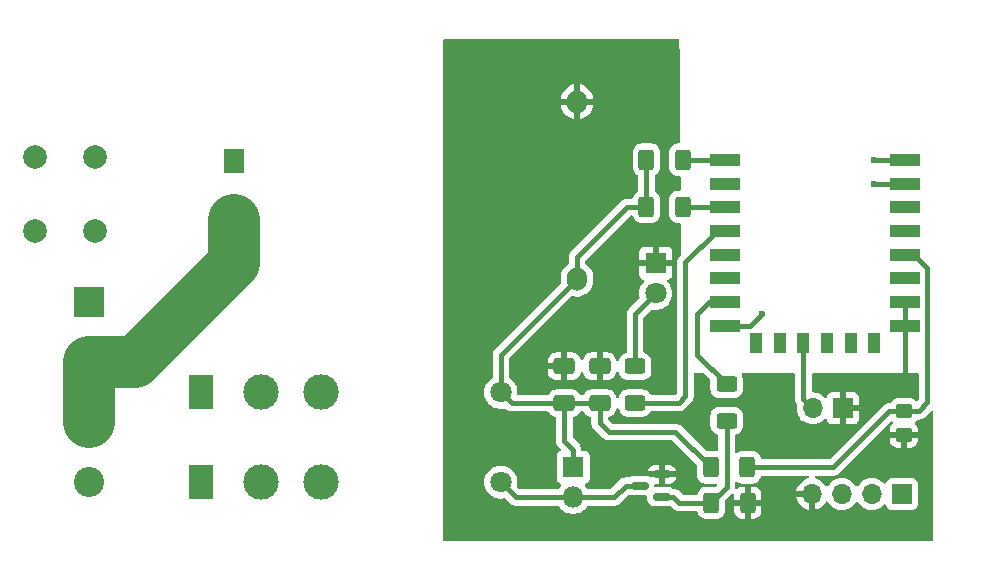
<source format=gtl>
%TF.GenerationSoftware,KiCad,Pcbnew,8.0.2*%
%TF.CreationDate,2024-05-13T19:00:29+03:00*%
%TF.ProjectId,WiFiRelay,57694669-5265-46c6-9179-2e6b69636164,rev?*%
%TF.SameCoordinates,Original*%
%TF.FileFunction,Copper,L1,Top*%
%TF.FilePolarity,Positive*%
%FSLAX46Y46*%
G04 Gerber Fmt 4.6, Leading zero omitted, Abs format (unit mm)*
G04 Created by KiCad (PCBNEW 8.0.2) date 2024-05-13 19:00:29*
%MOMM*%
%LPD*%
G01*
G04 APERTURE LIST*
G04 Aperture macros list*
%AMRoundRect*
0 Rectangle with rounded corners*
0 $1 Rounding radius*
0 $2 $3 $4 $5 $6 $7 $8 $9 X,Y pos of 4 corners*
0 Add a 4 corners polygon primitive as box body*
4,1,4,$2,$3,$4,$5,$6,$7,$8,$9,$2,$3,0*
0 Add four circle primitives for the rounded corners*
1,1,$1+$1,$2,$3*
1,1,$1+$1,$4,$5*
1,1,$1+$1,$6,$7*
1,1,$1+$1,$8,$9*
0 Add four rect primitives between the rounded corners*
20,1,$1+$1,$2,$3,$4,$5,0*
20,1,$1+$1,$4,$5,$6,$7,0*
20,1,$1+$1,$6,$7,$8,$9,0*
20,1,$1+$1,$8,$9,$2,$3,0*%
G04 Aperture macros list end*
%TA.AperFunction,ComponentPad*%
%ADD10R,1.700000X1.700000*%
%TD*%
%TA.AperFunction,ComponentPad*%
%ADD11O,1.700000X1.700000*%
%TD*%
%TA.AperFunction,SMDPad,CuDef*%
%ADD12RoundRect,0.250000X-0.450000X0.350000X-0.450000X-0.350000X0.450000X-0.350000X0.450000X0.350000X0*%
%TD*%
%TA.AperFunction,SMDPad,CuDef*%
%ADD13RoundRect,0.250000X0.400000X0.625000X-0.400000X0.625000X-0.400000X-0.625000X0.400000X-0.625000X0*%
%TD*%
%TA.AperFunction,ComponentPad*%
%ADD14C,2.000000*%
%TD*%
%TA.AperFunction,SMDPad,CuDef*%
%ADD15RoundRect,0.250000X0.650000X-0.412500X0.650000X0.412500X-0.650000X0.412500X-0.650000X-0.412500X0*%
%TD*%
%TA.AperFunction,SMDPad,CuDef*%
%ADD16RoundRect,0.250000X-0.400000X-0.625000X0.400000X-0.625000X0.400000X0.625000X-0.400000X0.625000X0*%
%TD*%
%TA.AperFunction,SMDPad,CuDef*%
%ADD17RoundRect,0.250000X0.625000X-0.400000X0.625000X0.400000X-0.625000X0.400000X-0.625000X-0.400000X0*%
%TD*%
%TA.AperFunction,ComponentPad*%
%ADD18R,2.550000X2.550000*%
%TD*%
%TA.AperFunction,ComponentPad*%
%ADD19C,2.550000*%
%TD*%
%TA.AperFunction,ComponentPad*%
%ADD20R,1.700000X2.000000*%
%TD*%
%TA.AperFunction,ComponentPad*%
%ADD21O,1.700000X2.000000*%
%TD*%
%TA.AperFunction,SMDPad,CuDef*%
%ADD22R,2.500000X1.000000*%
%TD*%
%TA.AperFunction,SMDPad,CuDef*%
%ADD23R,1.000000X1.800000*%
%TD*%
%TA.AperFunction,SMDPad,CuDef*%
%ADD24RoundRect,0.150000X0.587500X0.150000X-0.587500X0.150000X-0.587500X-0.150000X0.587500X-0.150000X0*%
%TD*%
%TA.AperFunction,ComponentPad*%
%ADD25C,1.800000*%
%TD*%
%TA.AperFunction,ComponentPad*%
%ADD26R,2.000000X3.000000*%
%TD*%
%TA.AperFunction,ComponentPad*%
%ADD27C,3.000000*%
%TD*%
%TA.AperFunction,ComponentPad*%
%ADD28R,1.800000X1.800000*%
%TD*%
%TA.AperFunction,ComponentPad*%
%ADD29O,1.800000X1.800000*%
%TD*%
%TA.AperFunction,ViaPad*%
%ADD30C,0.600000*%
%TD*%
%TA.AperFunction,Conductor*%
%ADD31C,0.400000*%
%TD*%
%TA.AperFunction,Conductor*%
%ADD32C,4.400000*%
%TD*%
G04 APERTURE END LIST*
D10*
%TO.P,UART1,1,Pin_1*%
%TO.N,Net-(U1-GPIO1{slash}TXD)*%
X141830000Y-125250000D03*
D11*
%TO.P,UART1,2,Pin_2*%
%TO.N,Net-(U1-GPIO3{slash}RXD)*%
X139290000Y-125250000D03*
%TO.P,UART1,3,Pin_3*%
%TO.N,+3V3*%
X136750000Y-125250000D03*
%TO.P,UART1,4,Pin_4*%
%TO.N,GND*%
X134210000Y-125250000D03*
%TD*%
D12*
%TO.P,IO0,1,1*%
%TO.N,Net-(U1-GPIO0)*%
X142000000Y-118250000D03*
%TO.P,IO0,2,2*%
%TO.N,GND*%
X142000000Y-120250000D03*
%TD*%
D10*
%TO.P,SW2,1,1*%
%TO.N,GND*%
X136830000Y-118000000D03*
D11*
%TO.P,SW2,2,2*%
%TO.N,Net-(U1-GPIO9)*%
X134290000Y-118000000D03*
%TD*%
D13*
%TO.P,R3,1*%
%TO.N,Net-(U1-GPIO0)*%
X128750000Y-123000000D03*
%TO.P,R3,2*%
%TO.N,+3V3*%
X125650000Y-123000000D03*
%TD*%
D14*
%TO.P,F1,1*%
%TO.N,VAC*%
X68460000Y-103000000D03*
%TO.P,F1,2*%
%TO.N,Net-(F1-Pad2)*%
X73540000Y-103010000D03*
%TD*%
D15*
%TO.P,C2,1*%
%TO.N,+3V3*%
X116250000Y-117562500D03*
%TO.P,C2,2*%
%TO.N,GND*%
X116250000Y-114437500D03*
%TD*%
D16*
%TO.P,R1,1*%
%TO.N,+3V3*%
X120200000Y-96950000D03*
%TO.P,R1,2*%
%TO.N,Net-(U1-~{RST})*%
X123300000Y-96950000D03*
%TD*%
D17*
%TO.P,R6,1*%
%TO.N,Net-(U1-GPIO16)*%
X119250000Y-117550000D03*
%TO.P,R6,2*%
%TO.N,Net-(D2-A)*%
X119250000Y-114450000D03*
%TD*%
D18*
%TO.P,J2,1,1*%
%TO.N,VAC*%
X73000000Y-109000000D03*
D19*
%TO.P,J2,2,2*%
%TO.N,NEUT*%
X73000000Y-114080000D03*
%TO.P,J2,3,3*%
X73000000Y-119160000D03*
%TO.P,J2,4,4*%
%TO.N,/LOAD*%
X73000000Y-124240000D03*
%TD*%
D20*
%TO.P,PS1,1,AC/L*%
%TO.N,Net-(PS1-AC{slash}L)*%
X85252500Y-97042500D03*
D21*
%TO.P,PS1,2,AC/N*%
%TO.N,NEUT*%
X85252500Y-102042500D03*
%TO.P,PS1,3,-Vout*%
%TO.N,GND*%
X114332500Y-92042500D03*
%TO.P,PS1,4,+Vout*%
%TO.N,+3V3*%
X114332500Y-107042500D03*
%TD*%
D22*
%TO.P,U1,1,~{RST}*%
%TO.N,Net-(U1-~{RST})*%
X126900000Y-97000000D03*
%TO.P,U1,2,ADC*%
%TO.N,unconnected-(U1-ADC-Pad2)*%
X126900000Y-99000000D03*
%TO.P,U1,3,EN*%
%TO.N,Net-(U1-EN)*%
X126900000Y-101000000D03*
%TO.P,U1,4,GPIO16*%
%TO.N,Net-(U1-GPIO16)*%
X126900000Y-103000000D03*
%TO.P,U1,5,GPIO14*%
%TO.N,unconnected-(U1-GPIO14-Pad5)*%
X126900000Y-105000000D03*
%TO.P,U1,6,GPIO12*%
%TO.N,unconnected-(U1-GPIO12-Pad6)*%
X126900000Y-107000000D03*
%TO.P,U1,7,GPIO13*%
%TO.N,/RELAY*%
X126900000Y-109000000D03*
%TO.P,U1,8,VCC*%
%TO.N,+3V3*%
X126900000Y-111000000D03*
D23*
%TO.P,U1,9,CS0*%
%TO.N,unconnected-(U1-CS0-Pad9)*%
X129500000Y-112500000D03*
%TO.P,U1,10,MISO*%
%TO.N,unconnected-(U1-MISO-Pad10)*%
X131500000Y-112500000D03*
%TO.P,U1,11,GPIO9*%
%TO.N,Net-(U1-GPIO9)*%
X133500000Y-112500000D03*
%TO.P,U1,12,GPIO10*%
%TO.N,unconnected-(U1-GPIO10-Pad12)*%
X135500000Y-112500000D03*
%TO.P,U1,13,MOSI*%
%TO.N,unconnected-(U1-MOSI-Pad13)*%
X137500000Y-112500000D03*
%TO.P,U1,14,SCLK*%
%TO.N,unconnected-(U1-SCLK-Pad14)*%
X139500000Y-112500000D03*
D22*
%TO.P,U1,15,GND*%
%TO.N,GND*%
X142100000Y-111000000D03*
%TO.P,U1,16,GPIO15*%
X142100000Y-109000000D03*
%TO.P,U1,17,GPIO2*%
%TO.N,unconnected-(U1-GPIO2-Pad17)*%
X142100000Y-107000000D03*
%TO.P,U1,18,GPIO0*%
%TO.N,Net-(U1-GPIO0)*%
X142100000Y-105000000D03*
%TO.P,U1,19,GPIO4*%
%TO.N,unconnected-(U1-GPIO4-Pad19)*%
X142100000Y-103000000D03*
%TO.P,U1,20,GPIO5*%
%TO.N,unconnected-(U1-GPIO5-Pad20)*%
X142100000Y-101000000D03*
%TO.P,U1,21,GPIO3/RXD*%
%TO.N,Net-(U1-GPIO3{slash}RXD)*%
X142100000Y-99000000D03*
%TO.P,U1,22,GPIO1/TXD*%
%TO.N,Net-(U1-GPIO1{slash}TXD)*%
X142100000Y-97000000D03*
%TD*%
D14*
%TO.P,F2,1*%
%TO.N,VAC*%
X68460000Y-96750000D03*
%TO.P,F2,2*%
%TO.N,Net-(PS1-AC{slash}L)*%
X73540000Y-96760000D03*
%TD*%
D24*
%TO.P,Q1,1,G*%
%TO.N,Net-(Q1-G)*%
X121500000Y-125500000D03*
%TO.P,Q1,2,S*%
%TO.N,GND*%
X121500000Y-123600000D03*
%TO.P,Q1,3,D*%
%TO.N,Net-(D1-A)*%
X119625000Y-124550000D03*
%TD*%
D25*
%TO.P,K1,4*%
%TO.N,+3V3*%
X107880000Y-116650000D03*
%TO.P,K1,5*%
%TO.N,Net-(D1-A)*%
X107880000Y-124250000D03*
D26*
%TO.P,K1,18*%
%TO.N,/LOAD*%
X82500000Y-116650000D03*
X82500000Y-124250000D03*
D27*
%TO.P,K1,27*%
%TO.N,Net-(F1-Pad2)*%
X87580000Y-116650000D03*
X87580000Y-124250000D03*
%TO.P,K1,36*%
%TO.N,unconnected-(K1-Pad36)*%
X92660000Y-116650000D03*
X92660000Y-124250000D03*
%TD*%
D28*
%TO.P,D2,1,K*%
%TO.N,GND*%
X121000000Y-105725000D03*
D25*
%TO.P,D2,2,A*%
%TO.N,Net-(D2-A)*%
X121000000Y-108265000D03*
%TD*%
D16*
%TO.P,R5,1*%
%TO.N,Net-(Q1-G)*%
X125700000Y-126000000D03*
%TO.P,R5,2*%
%TO.N,GND*%
X128800000Y-126000000D03*
%TD*%
D15*
%TO.P,C1,1*%
%TO.N,+3V3*%
X113250000Y-117562500D03*
%TO.P,C1,2*%
%TO.N,GND*%
X113250000Y-114437500D03*
%TD*%
D17*
%TO.P,R4,1*%
%TO.N,Net-(Q1-G)*%
X127000000Y-119050000D03*
%TO.P,R4,2*%
%TO.N,/RELAY*%
X127000000Y-115950000D03*
%TD*%
D28*
%TO.P,D1,1,K*%
%TO.N,+3V3*%
X114000000Y-123000000D03*
D29*
%TO.P,D1,2,A*%
%TO.N,Net-(D1-A)*%
X114000000Y-125540000D03*
%TD*%
D16*
%TO.P,R2,1*%
%TO.N,+3V3*%
X120200000Y-100950000D03*
%TO.P,R2,2*%
%TO.N,Net-(U1-EN)*%
X123300000Y-100950000D03*
%TD*%
D30*
%TO.N,GND*%
X123500000Y-124500000D03*
%TO.N,Net-(U1-GPIO3{slash}RXD)*%
X139500000Y-99000000D03*
%TO.N,Net-(U1-GPIO1{slash}TXD)*%
X139500000Y-97000000D03*
%TO.N,+3V3*%
X130000000Y-110000000D03*
%TD*%
D31*
%TO.N,GND*%
X142100000Y-111000000D02*
X142100000Y-109000000D01*
%TO.N,Net-(U1-GPIO3{slash}RXD)*%
X142100000Y-99000000D02*
X139500000Y-99000000D01*
%TO.N,Net-(U1-GPIO1{slash}TXD)*%
X142100000Y-97000000D02*
X139500000Y-97000000D01*
%TO.N,+3V3*%
X126900000Y-111000000D02*
X129000000Y-111000000D01*
X129000000Y-111000000D02*
X130000000Y-110000000D01*
X122650000Y-120000000D02*
X117000000Y-120000000D01*
X125650000Y-123000000D02*
X122650000Y-120000000D01*
X117000000Y-120000000D02*
X116250000Y-119250000D01*
X116250000Y-119250000D02*
X116250000Y-117562500D01*
%TO.N,/RELAY*%
X127000000Y-115950000D02*
X124500000Y-113450000D01*
X124500000Y-113450000D02*
X124500000Y-110000000D01*
X124500000Y-110000000D02*
X125500000Y-109000000D01*
X125500000Y-109000000D02*
X126900000Y-109000000D01*
%TO.N,Net-(Q1-G)*%
X125700000Y-126000000D02*
X127000000Y-124700000D01*
X127000000Y-124700000D02*
X127000000Y-119050000D01*
%TO.N,Net-(U1-GPIO0)*%
X128750000Y-123000000D02*
X136000000Y-123000000D01*
X136000000Y-123000000D02*
X140750000Y-118250000D01*
X140750000Y-118250000D02*
X142000000Y-118250000D01*
%TO.N,Net-(U1-GPIO16)*%
X123500000Y-105650000D02*
X123500000Y-117000000D01*
X126150000Y-103000000D02*
X123500000Y-105650000D01*
X126900000Y-103000000D02*
X126150000Y-103000000D01*
X123500000Y-117000000D02*
X122950000Y-117550000D01*
X122950000Y-117550000D02*
X119250000Y-117550000D01*
%TO.N,Net-(U1-GPIO0)*%
X142100000Y-105000000D02*
X142850000Y-105000000D01*
X142850000Y-105000000D02*
X144000000Y-106150000D01*
X144000000Y-106150000D02*
X144000000Y-117500000D01*
X144000000Y-117500000D02*
X143250000Y-118250000D01*
X143250000Y-118250000D02*
X142000000Y-118250000D01*
%TO.N,Net-(Q1-G)*%
X122500000Y-125500000D02*
X123000000Y-126000000D01*
X121500000Y-125500000D02*
X122500000Y-125500000D01*
X123000000Y-126000000D02*
X125700000Y-126000000D01*
%TO.N,Net-(D1-A)*%
X119625000Y-124550000D02*
X118450000Y-124550000D01*
X118450000Y-124550000D02*
X117460000Y-125540000D01*
X117460000Y-125540000D02*
X114000000Y-125540000D01*
X107880000Y-124250000D02*
X109170000Y-125540000D01*
X109170000Y-125540000D02*
X114000000Y-125540000D01*
%TO.N,+3V3*%
X113250000Y-120750000D02*
X114000000Y-121500000D01*
X114000000Y-121500000D02*
X114000000Y-123000000D01*
X113250000Y-117562500D02*
X113250000Y-120750000D01*
X107880000Y-116650000D02*
X107880000Y-113495000D01*
X107880000Y-113495000D02*
X114332500Y-107042500D01*
X113250000Y-117562500D02*
X108792500Y-117562500D01*
X108792500Y-117562500D02*
X107880000Y-116650000D01*
X116250000Y-117562500D02*
X113250000Y-117562500D01*
%TO.N,Net-(D2-A)*%
X119250000Y-114450000D02*
X119250000Y-110015000D01*
X119250000Y-110015000D02*
X121000000Y-108265000D01*
%TO.N,Net-(U1-EN)*%
X123300000Y-100950000D02*
X126850000Y-100950000D01*
X126850000Y-100950000D02*
X126900000Y-101000000D01*
%TO.N,Net-(U1-~{RST})*%
X123300000Y-96950000D02*
X126850000Y-96950000D01*
X126850000Y-96950000D02*
X126900000Y-97000000D01*
%TO.N,+3V3*%
X114332500Y-107042500D02*
X114332500Y-105167500D01*
X114332500Y-105167500D02*
X118550000Y-100950000D01*
X118550000Y-100950000D02*
X120200000Y-100950000D01*
X120200000Y-100950000D02*
X120200000Y-96950000D01*
%TO.N,Net-(U1-GPIO9)*%
X134290000Y-118000000D02*
X133500000Y-117210000D01*
X133500000Y-117210000D02*
X133500000Y-112500000D01*
%TO.N,GND*%
X142100000Y-115600000D02*
X142250000Y-115750000D01*
X142100000Y-111000000D02*
X142100000Y-115600000D01*
D32*
%TO.N,NEUT*%
X85252500Y-105697500D02*
X85252500Y-102042500D01*
X73000000Y-114080000D02*
X76870000Y-114080000D01*
X76870000Y-114080000D02*
X85252500Y-105697500D01*
X73000000Y-119160000D02*
X73000000Y-114080000D01*
%TD*%
%TA.AperFunction,Conductor*%
%TO.N,GND*%
G36*
X122944132Y-86769685D02*
G01*
X122989887Y-86822489D01*
X123001087Y-86872901D01*
X123013436Y-88268285D01*
X123076984Y-95449403D01*
X123057894Y-95516614D01*
X123005497Y-95562834D01*
X122952990Y-95574500D01*
X122849999Y-95574500D01*
X122849980Y-95574501D01*
X122747203Y-95585000D01*
X122747200Y-95585001D01*
X122580668Y-95640185D01*
X122580663Y-95640187D01*
X122431342Y-95732289D01*
X122307289Y-95856342D01*
X122215187Y-96005663D01*
X122215186Y-96005666D01*
X122160001Y-96172203D01*
X122160001Y-96172204D01*
X122160000Y-96172204D01*
X122149500Y-96274983D01*
X122149500Y-97625001D01*
X122149501Y-97625018D01*
X122160000Y-97727796D01*
X122160001Y-97727799D01*
X122215185Y-97894331D01*
X122215186Y-97894334D01*
X122307288Y-98043656D01*
X122431344Y-98167712D01*
X122580666Y-98259814D01*
X122747203Y-98314999D01*
X122849991Y-98325500D01*
X122979531Y-98325499D01*
X123046569Y-98345183D01*
X123092324Y-98397987D01*
X123103525Y-98448402D01*
X123112383Y-99449403D01*
X123093293Y-99516614D01*
X123040896Y-99562834D01*
X122988389Y-99574500D01*
X122849999Y-99574500D01*
X122849980Y-99574501D01*
X122747203Y-99585000D01*
X122747200Y-99585001D01*
X122580668Y-99640185D01*
X122580663Y-99640187D01*
X122431342Y-99732289D01*
X122307289Y-99856342D01*
X122215187Y-100005663D01*
X122215186Y-100005666D01*
X122160001Y-100172203D01*
X122160001Y-100172204D01*
X122160000Y-100172204D01*
X122149500Y-100274983D01*
X122149500Y-101625001D01*
X122149501Y-101625018D01*
X122160000Y-101727796D01*
X122160001Y-101727799D01*
X122215185Y-101894331D01*
X122215186Y-101894334D01*
X122307288Y-102043656D01*
X122431344Y-102167712D01*
X122580666Y-102259814D01*
X122747203Y-102314999D01*
X122849991Y-102325500D01*
X123014929Y-102325499D01*
X123081967Y-102345183D01*
X123127722Y-102397987D01*
X123138923Y-102448402D01*
X123161024Y-104945853D01*
X123141934Y-105013064D01*
X123124710Y-105034631D01*
X122955887Y-105203454D01*
X122879222Y-105318192D01*
X122826421Y-105445667D01*
X122826418Y-105445679D01*
X122806839Y-105544112D01*
X122806839Y-105544114D01*
X122806091Y-105547873D01*
X122799500Y-105581006D01*
X122799500Y-116658481D01*
X122779815Y-116725520D01*
X122763181Y-116746162D01*
X122696162Y-116813181D01*
X122634839Y-116846666D01*
X122608481Y-116849500D01*
X120640638Y-116849500D01*
X120573599Y-116829815D01*
X120535099Y-116790597D01*
X120467712Y-116681344D01*
X120343656Y-116557288D01*
X120194334Y-116465186D01*
X120027797Y-116410001D01*
X120027795Y-116410000D01*
X119925010Y-116399500D01*
X118574998Y-116399500D01*
X118574981Y-116399501D01*
X118472203Y-116410000D01*
X118472200Y-116410001D01*
X118305668Y-116465185D01*
X118305663Y-116465187D01*
X118156342Y-116557289D01*
X118032289Y-116681342D01*
X117940187Y-116830663D01*
X117940185Y-116830668D01*
X117884999Y-116997208D01*
X117883749Y-117003047D01*
X117850461Y-117064477D01*
X117789245Y-117098158D01*
X117719538Y-117093397D01*
X117663471Y-117051705D01*
X117641243Y-117003021D01*
X117639999Y-116997210D01*
X117639999Y-116997203D01*
X117584814Y-116830666D01*
X117492712Y-116681344D01*
X117368656Y-116557288D01*
X117219334Y-116465186D01*
X117052797Y-116410001D01*
X117052795Y-116410000D01*
X116950010Y-116399500D01*
X115549998Y-116399500D01*
X115549981Y-116399501D01*
X115447203Y-116410000D01*
X115447200Y-116410001D01*
X115280668Y-116465185D01*
X115280663Y-116465187D01*
X115131342Y-116557289D01*
X115007289Y-116681342D01*
X115007288Y-116681344D01*
X114938535Y-116792812D01*
X114932191Y-116803097D01*
X114880243Y-116849821D01*
X114826652Y-116862000D01*
X114673348Y-116862000D01*
X114606309Y-116842315D01*
X114567809Y-116803097D01*
X114492712Y-116681344D01*
X114368656Y-116557288D01*
X114219334Y-116465186D01*
X114052797Y-116410001D01*
X114052795Y-116410000D01*
X113950010Y-116399500D01*
X112549998Y-116399500D01*
X112549981Y-116399501D01*
X112447203Y-116410000D01*
X112447200Y-116410001D01*
X112280668Y-116465185D01*
X112280663Y-116465187D01*
X112131342Y-116557289D01*
X112007289Y-116681342D01*
X112007288Y-116681344D01*
X111938535Y-116792812D01*
X111932191Y-116803097D01*
X111880243Y-116849821D01*
X111826652Y-116862000D01*
X109402434Y-116862000D01*
X109335395Y-116842315D01*
X109289640Y-116789511D01*
X109278857Y-116727762D01*
X109284769Y-116656403D01*
X109285300Y-116650000D01*
X109285300Y-116649995D01*
X109285300Y-116649993D01*
X109266135Y-116418702D01*
X109266133Y-116418691D01*
X109209157Y-116193699D01*
X109115924Y-115981151D01*
X108988983Y-115786852D01*
X108988980Y-115786849D01*
X108988979Y-115786847D01*
X108831784Y-115616087D01*
X108831779Y-115616083D01*
X108831777Y-115616081D01*
X108648634Y-115473535D01*
X108648622Y-115473527D01*
X108645473Y-115471823D01*
X108644433Y-115470790D01*
X108644334Y-115470726D01*
X108644347Y-115470705D01*
X108595887Y-115422599D01*
X108580500Y-115362773D01*
X108580500Y-114899986D01*
X111850001Y-114899986D01*
X111860494Y-115002697D01*
X111915641Y-115169119D01*
X111915643Y-115169124D01*
X112007684Y-115318345D01*
X112131654Y-115442315D01*
X112280875Y-115534356D01*
X112280880Y-115534358D01*
X112447302Y-115589505D01*
X112447309Y-115589506D01*
X112550019Y-115599999D01*
X112999999Y-115599999D01*
X113500000Y-115599999D01*
X113949972Y-115599999D01*
X113949986Y-115599998D01*
X114052697Y-115589505D01*
X114219119Y-115534358D01*
X114219124Y-115534356D01*
X114368345Y-115442315D01*
X114492315Y-115318345D01*
X114584356Y-115169124D01*
X114584359Y-115169117D01*
X114632293Y-115024461D01*
X114672065Y-114967016D01*
X114736581Y-114940192D01*
X114805357Y-114952507D01*
X114856557Y-115000049D01*
X114867705Y-115024459D01*
X114915642Y-115169121D01*
X114915643Y-115169124D01*
X115007684Y-115318345D01*
X115131654Y-115442315D01*
X115280875Y-115534356D01*
X115280880Y-115534358D01*
X115447302Y-115589505D01*
X115447309Y-115589506D01*
X115550019Y-115599999D01*
X115999999Y-115599999D01*
X116000000Y-115599998D01*
X116000000Y-113275000D01*
X116500000Y-113275000D01*
X116500000Y-115599999D01*
X116949972Y-115599999D01*
X116949986Y-115599998D01*
X117052697Y-115589505D01*
X117219119Y-115534358D01*
X117219124Y-115534356D01*
X117368345Y-115442315D01*
X117492315Y-115318345D01*
X117584356Y-115169124D01*
X117584358Y-115169119D01*
X117639505Y-115002697D01*
X117640924Y-114996071D01*
X117643817Y-114996690D01*
X117665229Y-114944102D01*
X117722379Y-114903908D01*
X117792188Y-114900993D01*
X117852491Y-114936282D01*
X117882992Y-114996307D01*
X117883585Y-114996181D01*
X117884062Y-114998413D01*
X117884143Y-114998571D01*
X117884239Y-114999238D01*
X117885001Y-115002799D01*
X117911029Y-115081344D01*
X117940186Y-115169334D01*
X118032288Y-115318656D01*
X118156344Y-115442712D01*
X118305666Y-115534814D01*
X118472203Y-115589999D01*
X118574991Y-115600500D01*
X119925008Y-115600499D01*
X120027797Y-115589999D01*
X120194334Y-115534814D01*
X120343656Y-115442712D01*
X120467712Y-115318656D01*
X120559814Y-115169334D01*
X120614999Y-115002797D01*
X120625500Y-114900009D01*
X120625499Y-113999992D01*
X120622947Y-113975013D01*
X120614999Y-113897203D01*
X120614998Y-113897200D01*
X120599536Y-113850539D01*
X120559814Y-113730666D01*
X120467712Y-113581344D01*
X120343656Y-113457288D01*
X120194334Y-113365186D01*
X120194331Y-113365185D01*
X120035496Y-113312552D01*
X119978051Y-113272779D01*
X119951228Y-113208263D01*
X119950500Y-113194846D01*
X119950500Y-110356518D01*
X119970185Y-110289479D01*
X119986815Y-110268841D01*
X120587038Y-109668617D01*
X120648359Y-109635134D01*
X120695127Y-109633991D01*
X120786816Y-109649291D01*
X120883951Y-109665500D01*
X120883952Y-109665500D01*
X121116048Y-109665500D01*
X121116049Y-109665500D01*
X121344981Y-109627298D01*
X121564503Y-109551936D01*
X121768626Y-109441470D01*
X121951784Y-109298913D01*
X122108979Y-109128153D01*
X122235924Y-108933849D01*
X122329157Y-108721300D01*
X122386134Y-108496305D01*
X122389795Y-108452128D01*
X122405300Y-108265006D01*
X122405300Y-108264993D01*
X122386135Y-108033702D01*
X122386133Y-108033691D01*
X122329157Y-107808699D01*
X122235924Y-107596151D01*
X122108981Y-107401849D01*
X122013832Y-107298489D01*
X121982910Y-107235835D01*
X121990770Y-107166409D01*
X122034918Y-107112253D01*
X122061730Y-107098325D01*
X122142084Y-107068355D01*
X122142093Y-107068350D01*
X122257187Y-106982190D01*
X122257190Y-106982187D01*
X122343350Y-106867093D01*
X122343354Y-106867086D01*
X122393596Y-106732379D01*
X122393598Y-106732372D01*
X122399999Y-106672844D01*
X122400000Y-106672827D01*
X122400000Y-105975000D01*
X121375278Y-105975000D01*
X121419333Y-105898694D01*
X121450000Y-105784244D01*
X121450000Y-105665756D01*
X121419333Y-105551306D01*
X121375278Y-105475000D01*
X122400000Y-105475000D01*
X122400000Y-104777172D01*
X122399999Y-104777155D01*
X122393598Y-104717627D01*
X122393596Y-104717620D01*
X122343354Y-104582913D01*
X122343350Y-104582906D01*
X122257190Y-104467812D01*
X122257187Y-104467809D01*
X122142093Y-104381649D01*
X122142086Y-104381645D01*
X122007379Y-104331403D01*
X122007372Y-104331401D01*
X121947844Y-104325000D01*
X121250000Y-104325000D01*
X121250000Y-105349722D01*
X121173694Y-105305667D01*
X121059244Y-105275000D01*
X120940756Y-105275000D01*
X120826306Y-105305667D01*
X120750000Y-105349722D01*
X120750000Y-104325000D01*
X120052155Y-104325000D01*
X119992627Y-104331401D01*
X119992620Y-104331403D01*
X119857913Y-104381645D01*
X119857906Y-104381649D01*
X119742812Y-104467809D01*
X119742809Y-104467812D01*
X119656649Y-104582906D01*
X119656645Y-104582913D01*
X119606403Y-104717620D01*
X119606401Y-104717627D01*
X119600000Y-104777155D01*
X119600000Y-105475000D01*
X120624722Y-105475000D01*
X120580667Y-105551306D01*
X120550000Y-105665756D01*
X120550000Y-105784244D01*
X120580667Y-105898694D01*
X120624722Y-105975000D01*
X119600000Y-105975000D01*
X119600000Y-106672844D01*
X119606401Y-106732372D01*
X119606403Y-106732379D01*
X119656645Y-106867086D01*
X119656649Y-106867093D01*
X119742809Y-106982187D01*
X119742812Y-106982190D01*
X119857906Y-107068350D01*
X119857913Y-107068354D01*
X119938270Y-107098325D01*
X119994204Y-107140196D01*
X120018621Y-107205660D01*
X120003770Y-107273933D01*
X119986168Y-107298489D01*
X119985895Y-107298786D01*
X119891021Y-107401847D01*
X119891019Y-107401848D01*
X119891016Y-107401853D01*
X119764075Y-107596151D01*
X119670842Y-107808699D01*
X119613866Y-108033691D01*
X119613864Y-108033702D01*
X119594700Y-108264993D01*
X119594700Y-108265006D01*
X119613865Y-108496301D01*
X119629743Y-108559002D01*
X119627118Y-108628822D01*
X119597218Y-108677123D01*
X118705887Y-109568454D01*
X118629222Y-109683192D01*
X118576421Y-109810667D01*
X118576418Y-109810677D01*
X118549500Y-109946004D01*
X118549500Y-113194845D01*
X118529815Y-113261884D01*
X118477011Y-113307639D01*
X118464505Y-113312551D01*
X118305666Y-113365186D01*
X118305663Y-113365187D01*
X118156342Y-113457289D01*
X118032289Y-113581342D01*
X117940187Y-113730663D01*
X117940185Y-113730668D01*
X117922129Y-113785157D01*
X117886033Y-113894091D01*
X117882872Y-113903629D01*
X117881467Y-113903163D01*
X117851914Y-113957709D01*
X117790700Y-113991393D01*
X117720992Y-113986635D01*
X117664923Y-113944946D01*
X117640590Y-113882915D01*
X117639505Y-113872302D01*
X117584358Y-113705880D01*
X117584356Y-113705875D01*
X117492315Y-113556654D01*
X117368345Y-113432684D01*
X117219124Y-113340643D01*
X117219119Y-113340641D01*
X117052697Y-113285494D01*
X117052690Y-113285493D01*
X116949986Y-113275000D01*
X116500000Y-113275000D01*
X116000000Y-113275000D01*
X115550028Y-113275000D01*
X115550012Y-113275001D01*
X115447302Y-113285494D01*
X115280880Y-113340641D01*
X115280875Y-113340643D01*
X115131654Y-113432684D01*
X115007684Y-113556654D01*
X114915643Y-113705875D01*
X114915641Y-113705880D01*
X114867706Y-113850539D01*
X114827933Y-113907984D01*
X114763417Y-113934807D01*
X114694641Y-113922492D01*
X114643442Y-113874949D01*
X114632294Y-113850539D01*
X114584358Y-113705880D01*
X114584356Y-113705875D01*
X114492315Y-113556654D01*
X114368345Y-113432684D01*
X114219124Y-113340643D01*
X114219119Y-113340641D01*
X114052697Y-113285494D01*
X114052690Y-113285493D01*
X113949986Y-113275000D01*
X113500000Y-113275000D01*
X113500000Y-115599999D01*
X112999999Y-115599999D01*
X113000000Y-115599998D01*
X113000000Y-114687500D01*
X111850001Y-114687500D01*
X111850001Y-114899986D01*
X108580500Y-114899986D01*
X108580500Y-113975013D01*
X111850000Y-113975013D01*
X111850000Y-114187500D01*
X113000000Y-114187500D01*
X113000000Y-113275000D01*
X112550028Y-113275000D01*
X112550012Y-113275001D01*
X112447302Y-113285494D01*
X112280880Y-113340641D01*
X112280875Y-113340643D01*
X112131654Y-113432684D01*
X112007684Y-113556654D01*
X111915643Y-113705875D01*
X111915641Y-113705880D01*
X111860494Y-113872302D01*
X111860493Y-113872309D01*
X111850000Y-113975013D01*
X108580500Y-113975013D01*
X108580500Y-113836518D01*
X108600185Y-113769479D01*
X108616814Y-113748842D01*
X113841503Y-108524152D01*
X113902824Y-108490669D01*
X113967500Y-108493903D01*
X113974890Y-108496305D01*
X114016256Y-108509746D01*
X114107225Y-108524154D01*
X114226213Y-108543000D01*
X114226214Y-108543000D01*
X114438786Y-108543000D01*
X114438787Y-108543000D01*
X114648743Y-108509746D01*
X114850912Y-108444057D01*
X115040316Y-108347551D01*
X115062289Y-108331586D01*
X115212286Y-108222609D01*
X115212288Y-108222606D01*
X115212292Y-108222604D01*
X115362604Y-108072292D01*
X115362606Y-108072288D01*
X115362609Y-108072286D01*
X115487548Y-107900320D01*
X115487547Y-107900320D01*
X115487551Y-107900316D01*
X115584057Y-107710912D01*
X115649746Y-107508743D01*
X115683000Y-107298787D01*
X115683000Y-106786213D01*
X115649746Y-106576257D01*
X115584057Y-106374088D01*
X115487551Y-106184684D01*
X115487549Y-106184681D01*
X115487548Y-106184679D01*
X115362609Y-106012713D01*
X115212286Y-105862390D01*
X115084115Y-105769270D01*
X115041449Y-105713941D01*
X115033000Y-105668952D01*
X115033000Y-105509019D01*
X115052685Y-105441980D01*
X115069319Y-105421338D01*
X118803838Y-101686819D01*
X118865161Y-101653334D01*
X118891519Y-101650500D01*
X118944846Y-101650500D01*
X119011885Y-101670185D01*
X119057640Y-101722989D01*
X119062552Y-101735496D01*
X119115186Y-101894334D01*
X119207288Y-102043656D01*
X119331344Y-102167712D01*
X119480666Y-102259814D01*
X119647203Y-102314999D01*
X119749991Y-102325500D01*
X120650008Y-102325499D01*
X120650016Y-102325498D01*
X120650019Y-102325498D01*
X120706302Y-102319748D01*
X120752797Y-102314999D01*
X120919334Y-102259814D01*
X121068656Y-102167712D01*
X121192712Y-102043656D01*
X121284814Y-101894334D01*
X121339999Y-101727797D01*
X121350500Y-101625009D01*
X121350499Y-100274992D01*
X121348729Y-100257669D01*
X121339999Y-100172203D01*
X121339998Y-100172200D01*
X121330141Y-100142454D01*
X121284814Y-100005666D01*
X121192712Y-99856344D01*
X121068656Y-99732288D01*
X120959402Y-99664900D01*
X120912679Y-99612953D01*
X120900500Y-99559362D01*
X120900500Y-98340638D01*
X120920185Y-98273599D01*
X120959401Y-98235100D01*
X121068656Y-98167712D01*
X121192712Y-98043656D01*
X121284814Y-97894334D01*
X121339999Y-97727797D01*
X121350500Y-97625009D01*
X121350499Y-96274992D01*
X121348729Y-96257669D01*
X121339999Y-96172203D01*
X121339998Y-96172200D01*
X121330141Y-96142454D01*
X121284814Y-96005666D01*
X121192712Y-95856344D01*
X121068656Y-95732288D01*
X120919334Y-95640186D01*
X120752797Y-95585001D01*
X120752795Y-95585000D01*
X120650010Y-95574500D01*
X119749998Y-95574500D01*
X119749980Y-95574501D01*
X119647203Y-95585000D01*
X119647200Y-95585001D01*
X119480668Y-95640185D01*
X119480663Y-95640187D01*
X119331342Y-95732289D01*
X119207289Y-95856342D01*
X119115187Y-96005663D01*
X119115186Y-96005666D01*
X119060001Y-96172203D01*
X119060001Y-96172204D01*
X119060000Y-96172204D01*
X119049500Y-96274983D01*
X119049500Y-97625001D01*
X119049501Y-97625018D01*
X119060000Y-97727796D01*
X119060001Y-97727799D01*
X119115185Y-97894331D01*
X119115186Y-97894334D01*
X119207288Y-98043656D01*
X119331344Y-98167712D01*
X119440597Y-98235099D01*
X119487321Y-98287047D01*
X119499500Y-98340638D01*
X119499500Y-99559362D01*
X119479815Y-99626401D01*
X119440598Y-99664899D01*
X119382881Y-99700500D01*
X119331342Y-99732289D01*
X119207289Y-99856342D01*
X119115187Y-100005663D01*
X119115186Y-100005666D01*
X119062551Y-100164506D01*
X119022781Y-100221949D01*
X118958265Y-100248772D01*
X118944847Y-100249500D01*
X118481004Y-100249500D01*
X118345677Y-100276418D01*
X118345667Y-100276421D01*
X118218192Y-100329222D01*
X118103454Y-100405887D01*
X113788387Y-104720954D01*
X113711722Y-104835692D01*
X113658921Y-104963167D01*
X113658918Y-104963179D01*
X113637871Y-105068992D01*
X113637871Y-105068995D01*
X113632000Y-105098506D01*
X113632000Y-105668952D01*
X113612315Y-105735991D01*
X113580885Y-105769270D01*
X113452713Y-105862390D01*
X113302390Y-106012713D01*
X113177451Y-106184679D01*
X113080944Y-106374085D01*
X113015253Y-106576260D01*
X112982000Y-106786213D01*
X112982000Y-107298787D01*
X112986275Y-107325782D01*
X112977320Y-107395073D01*
X112951483Y-107432858D01*
X107335887Y-113048454D01*
X107289293Y-113118189D01*
X107274259Y-113140689D01*
X107259225Y-113163188D01*
X107259221Y-113163195D01*
X107206421Y-113290667D01*
X107206418Y-113290677D01*
X107179500Y-113426004D01*
X107179500Y-115362773D01*
X107159815Y-115429812D01*
X107114527Y-115471823D01*
X107111377Y-115473527D01*
X107111365Y-115473535D01*
X106928222Y-115616081D01*
X106928219Y-115616084D01*
X106928216Y-115616086D01*
X106928216Y-115616087D01*
X106869267Y-115680122D01*
X106771016Y-115786852D01*
X106644075Y-115981151D01*
X106550842Y-116193699D01*
X106493866Y-116418691D01*
X106493864Y-116418702D01*
X106474700Y-116649993D01*
X106474700Y-116650006D01*
X106493864Y-116881297D01*
X106493866Y-116881308D01*
X106550842Y-117106300D01*
X106644075Y-117318848D01*
X106771016Y-117513147D01*
X106771019Y-117513151D01*
X106771021Y-117513153D01*
X106928216Y-117683913D01*
X106928219Y-117683915D01*
X106928222Y-117683918D01*
X107111365Y-117826464D01*
X107111371Y-117826468D01*
X107111374Y-117826470D01*
X107315497Y-117936936D01*
X107429487Y-117976068D01*
X107535015Y-118012297D01*
X107535017Y-118012297D01*
X107535019Y-118012298D01*
X107763951Y-118050500D01*
X107763952Y-118050500D01*
X107996048Y-118050500D01*
X107996049Y-118050500D01*
X108184874Y-118018990D01*
X108254235Y-118027372D01*
X108292962Y-118053619D01*
X108345953Y-118106611D01*
X108345954Y-118106612D01*
X108460692Y-118183277D01*
X108586562Y-118235413D01*
X108588172Y-118236080D01*
X108588176Y-118236080D01*
X108588177Y-118236081D01*
X108723503Y-118263000D01*
X108723506Y-118263000D01*
X108723507Y-118263000D01*
X111826652Y-118263000D01*
X111893691Y-118282685D01*
X111932189Y-118321901D01*
X112007288Y-118443656D01*
X112131344Y-118567712D01*
X112280666Y-118659814D01*
X112447203Y-118714999D01*
X112447209Y-118714999D01*
X112451448Y-118715907D01*
X112512884Y-118749185D01*
X112546576Y-118810394D01*
X112549500Y-118837162D01*
X112549500Y-120681006D01*
X112549500Y-120818994D01*
X112549500Y-120818996D01*
X112549499Y-120818996D01*
X112576418Y-120954322D01*
X112576421Y-120954332D01*
X112629222Y-121081807D01*
X112705887Y-121196545D01*
X112945474Y-121436132D01*
X112978959Y-121497455D01*
X112973975Y-121567147D01*
X112932103Y-121623080D01*
X112901126Y-121639995D01*
X112857671Y-121656202D01*
X112857664Y-121656206D01*
X112742455Y-121742452D01*
X112742452Y-121742455D01*
X112656206Y-121857664D01*
X112656202Y-121857671D01*
X112605908Y-121992517D01*
X112599501Y-122052116D01*
X112599501Y-122052123D01*
X112599500Y-122052135D01*
X112599500Y-123947870D01*
X112599501Y-123947876D01*
X112605908Y-124007483D01*
X112656202Y-124142328D01*
X112656206Y-124142335D01*
X112742452Y-124257544D01*
X112742455Y-124257547D01*
X112857664Y-124343793D01*
X112857673Y-124343798D01*
X112937904Y-124373722D01*
X112993838Y-124415593D01*
X113018256Y-124481057D01*
X113003405Y-124549330D01*
X112985802Y-124573886D01*
X112891019Y-124676849D01*
X112821458Y-124783321D01*
X112768312Y-124828678D01*
X112717649Y-124839500D01*
X109511518Y-124839500D01*
X109444479Y-124819815D01*
X109423837Y-124803181D01*
X109368910Y-124748254D01*
X109282779Y-124662122D01*
X109249295Y-124600801D01*
X109250255Y-124544004D01*
X109266134Y-124481305D01*
X109266155Y-124481057D01*
X109285300Y-124250006D01*
X109285300Y-124249993D01*
X109266135Y-124018702D01*
X109266133Y-124018691D01*
X109209157Y-123793699D01*
X109115924Y-123581151D01*
X108988983Y-123386852D01*
X108988980Y-123386849D01*
X108988979Y-123386847D01*
X108831784Y-123216087D01*
X108831779Y-123216083D01*
X108831777Y-123216081D01*
X108648634Y-123073535D01*
X108648628Y-123073531D01*
X108444504Y-122963064D01*
X108444495Y-122963061D01*
X108224984Y-122887702D01*
X108053282Y-122859050D01*
X107996049Y-122849500D01*
X107763951Y-122849500D01*
X107718164Y-122857140D01*
X107535015Y-122887702D01*
X107315504Y-122963061D01*
X107315495Y-122963064D01*
X107111371Y-123073531D01*
X107111365Y-123073535D01*
X106928222Y-123216081D01*
X106928219Y-123216084D01*
X106771016Y-123386852D01*
X106644075Y-123581151D01*
X106550842Y-123793699D01*
X106493866Y-124018691D01*
X106493864Y-124018702D01*
X106474700Y-124249993D01*
X106474700Y-124250006D01*
X106493864Y-124481297D01*
X106493866Y-124481308D01*
X106550842Y-124706300D01*
X106644075Y-124918848D01*
X106771016Y-125113147D01*
X106771019Y-125113151D01*
X106771021Y-125113153D01*
X106928216Y-125283913D01*
X106928219Y-125283915D01*
X106928222Y-125283918D01*
X107111365Y-125426464D01*
X107111371Y-125426468D01*
X107111374Y-125426470D01*
X107315497Y-125536936D01*
X107373962Y-125557007D01*
X107535015Y-125612297D01*
X107535017Y-125612297D01*
X107535019Y-125612298D01*
X107763951Y-125650500D01*
X107763952Y-125650500D01*
X107996048Y-125650500D01*
X107996049Y-125650500D01*
X108184872Y-125618991D01*
X108254237Y-125627373D01*
X108292963Y-125653619D01*
X108625886Y-125986542D01*
X108691206Y-126051862D01*
X108723459Y-126084115D01*
X108838182Y-126160771D01*
X108838186Y-126160773D01*
X108838189Y-126160775D01*
X108912866Y-126191707D01*
X108912867Y-126191707D01*
X108912869Y-126191709D01*
X108959242Y-126210917D01*
X108965671Y-126213580D01*
X108965680Y-126213581D01*
X108965681Y-126213582D01*
X108992545Y-126218925D01*
X108992551Y-126218926D01*
X108992591Y-126218934D01*
X109082937Y-126236905D01*
X109101006Y-126240500D01*
X109101007Y-126240500D01*
X112717649Y-126240500D01*
X112784688Y-126260185D01*
X112821458Y-126296679D01*
X112891016Y-126403147D01*
X112891019Y-126403151D01*
X112891021Y-126403153D01*
X113048216Y-126573913D01*
X113048219Y-126573915D01*
X113048222Y-126573918D01*
X113231365Y-126716464D01*
X113231371Y-126716468D01*
X113231374Y-126716470D01*
X113435497Y-126826936D01*
X113549487Y-126866068D01*
X113655015Y-126902297D01*
X113655017Y-126902297D01*
X113655019Y-126902298D01*
X113883951Y-126940500D01*
X113883952Y-126940500D01*
X114116048Y-126940500D01*
X114116049Y-126940500D01*
X114344981Y-126902298D01*
X114564503Y-126826936D01*
X114768626Y-126716470D01*
X114789145Y-126700500D01*
X114891575Y-126620775D01*
X114951784Y-126573913D01*
X115108979Y-126403153D01*
X115161253Y-126323142D01*
X115178542Y-126296679D01*
X115231688Y-126251322D01*
X115282351Y-126240500D01*
X117528996Y-126240500D01*
X117637457Y-126218925D01*
X117664328Y-126213580D01*
X117745545Y-126179939D01*
X117791807Y-126160777D01*
X117791808Y-126160776D01*
X117791811Y-126160775D01*
X117906543Y-126084114D01*
X118656910Y-125333744D01*
X118718233Y-125300260D01*
X118779186Y-125302350D01*
X118934926Y-125347597D01*
X118934929Y-125347597D01*
X118934931Y-125347598D01*
X118971806Y-125350500D01*
X120138000Y-125350500D01*
X120205039Y-125370185D01*
X120250794Y-125422989D01*
X120262000Y-125474500D01*
X120262000Y-125715701D01*
X120264901Y-125752567D01*
X120264902Y-125752573D01*
X120310754Y-125910393D01*
X120310755Y-125910396D01*
X120310756Y-125910398D01*
X120348181Y-125973681D01*
X120394417Y-126051862D01*
X120394423Y-126051870D01*
X120510629Y-126168076D01*
X120510633Y-126168079D01*
X120510635Y-126168081D01*
X120652102Y-126251744D01*
X120681156Y-126260185D01*
X120809926Y-126297597D01*
X120809929Y-126297597D01*
X120809931Y-126297598D01*
X120846806Y-126300500D01*
X120846814Y-126300500D01*
X122153186Y-126300500D01*
X122153194Y-126300500D01*
X122190069Y-126297598D01*
X122210207Y-126291747D01*
X122280075Y-126291945D01*
X122332484Y-126323142D01*
X122553454Y-126544112D01*
X122668192Y-126620777D01*
X122795667Y-126673578D01*
X122795672Y-126673580D01*
X122795676Y-126673580D01*
X122795677Y-126673581D01*
X122931003Y-126700500D01*
X122931006Y-126700500D01*
X122931007Y-126700500D01*
X124444846Y-126700500D01*
X124511885Y-126720185D01*
X124557640Y-126772989D01*
X124562552Y-126785496D01*
X124615186Y-126944334D01*
X124707288Y-127093656D01*
X124831344Y-127217712D01*
X124980666Y-127309814D01*
X125147203Y-127364999D01*
X125249991Y-127375500D01*
X126150008Y-127375499D01*
X126150016Y-127375498D01*
X126150019Y-127375498D01*
X126206302Y-127369748D01*
X126252797Y-127364999D01*
X126419334Y-127309814D01*
X126568656Y-127217712D01*
X126692712Y-127093656D01*
X126784814Y-126944334D01*
X126839999Y-126777797D01*
X126850500Y-126675009D01*
X126850500Y-126674986D01*
X127650001Y-126674986D01*
X127660494Y-126777697D01*
X127715641Y-126944119D01*
X127715643Y-126944124D01*
X127807684Y-127093345D01*
X127931654Y-127217315D01*
X128080875Y-127309356D01*
X128080880Y-127309358D01*
X128247302Y-127364505D01*
X128247309Y-127364506D01*
X128350019Y-127374999D01*
X128549999Y-127374999D01*
X129050000Y-127374999D01*
X129249972Y-127374999D01*
X129249986Y-127374998D01*
X129352697Y-127364505D01*
X129519119Y-127309358D01*
X129519124Y-127309356D01*
X129668345Y-127217315D01*
X129792315Y-127093345D01*
X129884356Y-126944124D01*
X129884358Y-126944119D01*
X129939505Y-126777697D01*
X129939506Y-126777690D01*
X129949999Y-126674986D01*
X129950000Y-126674973D01*
X129950000Y-126250000D01*
X129050000Y-126250000D01*
X129050000Y-127374999D01*
X128549999Y-127374999D01*
X128550000Y-127374998D01*
X128550000Y-126250000D01*
X127650001Y-126250000D01*
X127650001Y-126674986D01*
X126850500Y-126674986D01*
X126850499Y-125891518D01*
X126870183Y-125824480D01*
X126886818Y-125803838D01*
X127438319Y-125252338D01*
X127499642Y-125218853D01*
X127569334Y-125223837D01*
X127625267Y-125265709D01*
X127649684Y-125331173D01*
X127650000Y-125340019D01*
X127650000Y-125750000D01*
X128550000Y-125750000D01*
X129050000Y-125750000D01*
X129949999Y-125750000D01*
X129949999Y-125325028D01*
X129949998Y-125325013D01*
X129939505Y-125222302D01*
X129884358Y-125055880D01*
X129884356Y-125055875D01*
X129792315Y-124906654D01*
X129668345Y-124782684D01*
X129519124Y-124690643D01*
X129519119Y-124690641D01*
X129352697Y-124635494D01*
X129352690Y-124635493D01*
X129249986Y-124625000D01*
X129050000Y-124625000D01*
X129050000Y-125750000D01*
X128550000Y-125750000D01*
X128550000Y-124625000D01*
X128350029Y-124625000D01*
X128350012Y-124625001D01*
X128247302Y-124635494D01*
X128080880Y-124690641D01*
X128080875Y-124690643D01*
X127931654Y-124782684D01*
X127912181Y-124802158D01*
X127850858Y-124835643D01*
X127781166Y-124830659D01*
X127725233Y-124788787D01*
X127700816Y-124723323D01*
X127700500Y-124714477D01*
X127700500Y-124328340D01*
X127720185Y-124261301D01*
X127772989Y-124215546D01*
X127842147Y-124205602D01*
X127889591Y-124222798D01*
X128030666Y-124309814D01*
X128197203Y-124364999D01*
X128299991Y-124375500D01*
X129200008Y-124375499D01*
X129200016Y-124375498D01*
X129200019Y-124375498D01*
X129259391Y-124369433D01*
X129302797Y-124364999D01*
X129469334Y-124309814D01*
X129618656Y-124217712D01*
X129742712Y-124093656D01*
X129834814Y-123944334D01*
X129887448Y-123785493D01*
X129927219Y-123728051D01*
X129991735Y-123701228D01*
X130005153Y-123700500D01*
X133834938Y-123700500D01*
X133901977Y-123720185D01*
X133947732Y-123772989D01*
X133957676Y-123842147D01*
X133928651Y-123905703D01*
X133869873Y-123943477D01*
X133867031Y-123944275D01*
X133746516Y-123976566D01*
X133746507Y-123976570D01*
X133532422Y-124076399D01*
X133532420Y-124076400D01*
X133338926Y-124211886D01*
X133338920Y-124211891D01*
X133171891Y-124378920D01*
X133171886Y-124378926D01*
X133036400Y-124572420D01*
X133036399Y-124572422D01*
X132936570Y-124786507D01*
X132936567Y-124786513D01*
X132879364Y-124999999D01*
X132879364Y-125000000D01*
X133776988Y-125000000D01*
X133744075Y-125057007D01*
X133710000Y-125184174D01*
X133710000Y-125315826D01*
X133744075Y-125442993D01*
X133776988Y-125500000D01*
X132879364Y-125500000D01*
X132936567Y-125713486D01*
X132936570Y-125713492D01*
X133036399Y-125927578D01*
X133171894Y-126121082D01*
X133338917Y-126288105D01*
X133532421Y-126423600D01*
X133746507Y-126523429D01*
X133746516Y-126523433D01*
X133960000Y-126580634D01*
X133960000Y-125683012D01*
X134017007Y-125715925D01*
X134144174Y-125750000D01*
X134275826Y-125750000D01*
X134402993Y-125715925D01*
X134460000Y-125683012D01*
X134460000Y-126580633D01*
X134673483Y-126523433D01*
X134673492Y-126523429D01*
X134887578Y-126423600D01*
X135081082Y-126288105D01*
X135248105Y-126121082D01*
X135378119Y-125935405D01*
X135432696Y-125891781D01*
X135502195Y-125884588D01*
X135564549Y-125916110D01*
X135581269Y-125935405D01*
X135711505Y-126121401D01*
X135878599Y-126288495D01*
X135975384Y-126356265D01*
X136072165Y-126424032D01*
X136072167Y-126424033D01*
X136072170Y-126424035D01*
X136286337Y-126523903D01*
X136514592Y-126585063D01*
X136691034Y-126600500D01*
X136749999Y-126605659D01*
X136750000Y-126605659D01*
X136750001Y-126605659D01*
X136808966Y-126600500D01*
X136985408Y-126585063D01*
X137213663Y-126523903D01*
X137427830Y-126424035D01*
X137621401Y-126288495D01*
X137788495Y-126121401D01*
X137918425Y-125935842D01*
X137973002Y-125892217D01*
X138042500Y-125885023D01*
X138104855Y-125916546D01*
X138121575Y-125935842D01*
X138251281Y-126121082D01*
X138251505Y-126121401D01*
X138418599Y-126288495D01*
X138515384Y-126356265D01*
X138612165Y-126424032D01*
X138612167Y-126424033D01*
X138612170Y-126424035D01*
X138826337Y-126523903D01*
X139054592Y-126585063D01*
X139231034Y-126600500D01*
X139289999Y-126605659D01*
X139290000Y-126605659D01*
X139290001Y-126605659D01*
X139348966Y-126600500D01*
X139525408Y-126585063D01*
X139753663Y-126523903D01*
X139967830Y-126424035D01*
X140161401Y-126288495D01*
X140283329Y-126166566D01*
X140344648Y-126133084D01*
X140414340Y-126138068D01*
X140470274Y-126179939D01*
X140487189Y-126210917D01*
X140536202Y-126342328D01*
X140536206Y-126342335D01*
X140622452Y-126457544D01*
X140622455Y-126457547D01*
X140737664Y-126543793D01*
X140737671Y-126543797D01*
X140872517Y-126594091D01*
X140872516Y-126594091D01*
X140879444Y-126594835D01*
X140932127Y-126600500D01*
X142727872Y-126600499D01*
X142787483Y-126594091D01*
X142922331Y-126543796D01*
X143037546Y-126457546D01*
X143123796Y-126342331D01*
X143174091Y-126207483D01*
X143180500Y-126147873D01*
X143180499Y-124352128D01*
X143174091Y-124292517D01*
X143172810Y-124289083D01*
X143123797Y-124157671D01*
X143123793Y-124157664D01*
X143037547Y-124042455D01*
X143037544Y-124042452D01*
X142922335Y-123956206D01*
X142922328Y-123956202D01*
X142787482Y-123905908D01*
X142787483Y-123905908D01*
X142727883Y-123899501D01*
X142727881Y-123899500D01*
X142727873Y-123899500D01*
X142727864Y-123899500D01*
X140932129Y-123899500D01*
X140932123Y-123899501D01*
X140872516Y-123905908D01*
X140737671Y-123956202D01*
X140737664Y-123956206D01*
X140622455Y-124042452D01*
X140622452Y-124042455D01*
X140536206Y-124157664D01*
X140536203Y-124157669D01*
X140487189Y-124289083D01*
X140445317Y-124345016D01*
X140379853Y-124369433D01*
X140311580Y-124354581D01*
X140283326Y-124333430D01*
X140161402Y-124211506D01*
X140161395Y-124211501D01*
X140152970Y-124205602D01*
X140084518Y-124157671D01*
X139967834Y-124075967D01*
X139967830Y-124075965D01*
X139967828Y-124075964D01*
X139753663Y-123976097D01*
X139753659Y-123976096D01*
X139753655Y-123976094D01*
X139525413Y-123914938D01*
X139525403Y-123914936D01*
X139290001Y-123894341D01*
X139289999Y-123894341D01*
X139054596Y-123914936D01*
X139054586Y-123914938D01*
X138826344Y-123976094D01*
X138826335Y-123976098D01*
X138612171Y-124075964D01*
X138612169Y-124075965D01*
X138418597Y-124211505D01*
X138251505Y-124378597D01*
X138121575Y-124564158D01*
X138066998Y-124607783D01*
X137997500Y-124614977D01*
X137935145Y-124583454D01*
X137918425Y-124564158D01*
X137788494Y-124378597D01*
X137621402Y-124211506D01*
X137621395Y-124211501D01*
X137612970Y-124205602D01*
X137544518Y-124157671D01*
X137427834Y-124075967D01*
X137427830Y-124075965D01*
X137427828Y-124075964D01*
X137213663Y-123976097D01*
X137213659Y-123976096D01*
X137213655Y-123976094D01*
X136985413Y-123914938D01*
X136985403Y-123914936D01*
X136750001Y-123894341D01*
X136749999Y-123894341D01*
X136514596Y-123914936D01*
X136514586Y-123914938D01*
X136286344Y-123976094D01*
X136286335Y-123976098D01*
X136072171Y-124075964D01*
X136072169Y-124075965D01*
X135878597Y-124211505D01*
X135711508Y-124378594D01*
X135581269Y-124564595D01*
X135526692Y-124608219D01*
X135457193Y-124615412D01*
X135394839Y-124583890D01*
X135378119Y-124564594D01*
X135248113Y-124378926D01*
X135248108Y-124378920D01*
X135081082Y-124211894D01*
X134887578Y-124076399D01*
X134673492Y-123976570D01*
X134673483Y-123976566D01*
X134552969Y-123944275D01*
X134493308Y-123907910D01*
X134462779Y-123845063D01*
X134471074Y-123775687D01*
X134515559Y-123721810D01*
X134582111Y-123700535D01*
X134585062Y-123700500D01*
X136068996Y-123700500D01*
X136160040Y-123682389D01*
X136204328Y-123673580D01*
X136268069Y-123647177D01*
X136331807Y-123620777D01*
X136331808Y-123620776D01*
X136331811Y-123620775D01*
X136446543Y-123544114D01*
X139340669Y-120649986D01*
X140800001Y-120649986D01*
X140810494Y-120752697D01*
X140865641Y-120919119D01*
X140865643Y-120919124D01*
X140957684Y-121068345D01*
X141081654Y-121192315D01*
X141230875Y-121284356D01*
X141230880Y-121284358D01*
X141397302Y-121339505D01*
X141397309Y-121339506D01*
X141500019Y-121349999D01*
X141749999Y-121349999D01*
X142250000Y-121349999D01*
X142499972Y-121349999D01*
X142499986Y-121349998D01*
X142602697Y-121339505D01*
X142769119Y-121284358D01*
X142769124Y-121284356D01*
X142918345Y-121192315D01*
X143042315Y-121068345D01*
X143134356Y-120919124D01*
X143134358Y-120919119D01*
X143189505Y-120752697D01*
X143189506Y-120752690D01*
X143199999Y-120649986D01*
X143200000Y-120649973D01*
X143200000Y-120500000D01*
X142250000Y-120500000D01*
X142250000Y-121349999D01*
X141749999Y-121349999D01*
X141750000Y-121349998D01*
X141750000Y-120500000D01*
X140800001Y-120500000D01*
X140800001Y-120649986D01*
X139340669Y-120649986D01*
X140851964Y-119138690D01*
X140913285Y-119105207D01*
X140982977Y-119110191D01*
X141027324Y-119138692D01*
X141051304Y-119162672D01*
X141084789Y-119223995D01*
X141079805Y-119293687D01*
X141051305Y-119338034D01*
X140957682Y-119431657D01*
X140865643Y-119580875D01*
X140865641Y-119580880D01*
X140810494Y-119747302D01*
X140810493Y-119747309D01*
X140800000Y-119850013D01*
X140800000Y-120000000D01*
X143199999Y-120000000D01*
X143199999Y-119850028D01*
X143199998Y-119850013D01*
X143189505Y-119747302D01*
X143134358Y-119580880D01*
X143134356Y-119580875D01*
X143042315Y-119431654D01*
X142948695Y-119338034D01*
X142915210Y-119276711D01*
X142920194Y-119207019D01*
X142948691Y-119162676D01*
X143042712Y-119068656D01*
X143079259Y-119009402D01*
X143131207Y-118962679D01*
X143184798Y-118950500D01*
X143318996Y-118950500D01*
X143424310Y-118929551D01*
X143454328Y-118923580D01*
X143540999Y-118887680D01*
X143581807Y-118870777D01*
X143581808Y-118870776D01*
X143581811Y-118870775D01*
X143696543Y-118794114D01*
X144288319Y-118202338D01*
X144349642Y-118168853D01*
X144419333Y-118173837D01*
X144475267Y-118215708D01*
X144499684Y-118281173D01*
X144500000Y-118290019D01*
X144500000Y-129126000D01*
X144480315Y-129193039D01*
X144427511Y-129238794D01*
X144376000Y-129250000D01*
X103124000Y-129250000D01*
X103056961Y-129230315D01*
X103011206Y-129177511D01*
X103000000Y-129126000D01*
X103000000Y-91786253D01*
X112982500Y-91786253D01*
X112982500Y-91792500D01*
X113899488Y-91792500D01*
X113866575Y-91849507D01*
X113832500Y-91976674D01*
X113832500Y-92108326D01*
X113866575Y-92235493D01*
X113899488Y-92292500D01*
X112982500Y-92292500D01*
X112982500Y-92298746D01*
X113015742Y-92508627D01*
X113015742Y-92508630D01*
X113081404Y-92710717D01*
X113177879Y-92900057D01*
X113302772Y-93071959D01*
X113302776Y-93071964D01*
X113453035Y-93222223D01*
X113453040Y-93222227D01*
X113624942Y-93347120D01*
X113814282Y-93443595D01*
X114016371Y-93509257D01*
X114082500Y-93519731D01*
X114082500Y-92475512D01*
X114139507Y-92508425D01*
X114266674Y-92542500D01*
X114398326Y-92542500D01*
X114525493Y-92508425D01*
X114582500Y-92475512D01*
X114582500Y-93519730D01*
X114648626Y-93509257D01*
X114648629Y-93509257D01*
X114850717Y-93443595D01*
X115040057Y-93347120D01*
X115211959Y-93222227D01*
X115211964Y-93222223D01*
X115362223Y-93071964D01*
X115362227Y-93071959D01*
X115487120Y-92900057D01*
X115583595Y-92710717D01*
X115649257Y-92508630D01*
X115649257Y-92508627D01*
X115682500Y-92298746D01*
X115682500Y-92292500D01*
X114765512Y-92292500D01*
X114798425Y-92235493D01*
X114832500Y-92108326D01*
X114832500Y-91976674D01*
X114798425Y-91849507D01*
X114765512Y-91792500D01*
X115682500Y-91792500D01*
X115682500Y-91786253D01*
X115649257Y-91576372D01*
X115649257Y-91576369D01*
X115583595Y-91374282D01*
X115487120Y-91184942D01*
X115362227Y-91013040D01*
X115362223Y-91013035D01*
X115211964Y-90862776D01*
X115211959Y-90862772D01*
X115040057Y-90737879D01*
X114850715Y-90641403D01*
X114648624Y-90575741D01*
X114582500Y-90565268D01*
X114582500Y-91609488D01*
X114525493Y-91576575D01*
X114398326Y-91542500D01*
X114266674Y-91542500D01*
X114139507Y-91576575D01*
X114082500Y-91609488D01*
X114082500Y-90565268D01*
X114082499Y-90565268D01*
X114016375Y-90575741D01*
X113814284Y-90641403D01*
X113624942Y-90737879D01*
X113453040Y-90862772D01*
X113453035Y-90862776D01*
X113302776Y-91013035D01*
X113302772Y-91013040D01*
X113177879Y-91184942D01*
X113081404Y-91374282D01*
X113015742Y-91576369D01*
X113015742Y-91576372D01*
X112982500Y-91786253D01*
X103000000Y-91786253D01*
X103000000Y-86874000D01*
X103019685Y-86806961D01*
X103072489Y-86761206D01*
X103124000Y-86750000D01*
X122877093Y-86750000D01*
X122944132Y-86769685D01*
G37*
%TD.AperFunction*%
%TA.AperFunction,Conductor*%
G36*
X114893691Y-118282685D02*
G01*
X114932189Y-118321901D01*
X115007288Y-118443656D01*
X115131344Y-118567712D01*
X115280666Y-118659814D01*
X115447203Y-118714999D01*
X115447209Y-118714999D01*
X115451448Y-118715907D01*
X115512884Y-118749185D01*
X115546576Y-118810394D01*
X115549500Y-118837162D01*
X115549500Y-119181006D01*
X115549500Y-119318994D01*
X115549500Y-119318996D01*
X115549499Y-119318996D01*
X115576418Y-119454322D01*
X115576421Y-119454332D01*
X115629222Y-119581807D01*
X115705887Y-119696545D01*
X116553454Y-120544112D01*
X116668190Y-120620776D01*
X116738679Y-120649973D01*
X116795671Y-120673580D01*
X116795672Y-120673580D01*
X116795677Y-120673582D01*
X116822545Y-120678925D01*
X116822551Y-120678926D01*
X116822591Y-120678934D01*
X116912937Y-120696905D01*
X116931006Y-120700500D01*
X116931007Y-120700500D01*
X122308481Y-120700500D01*
X122375520Y-120720185D01*
X122396162Y-120736819D01*
X124463181Y-122803838D01*
X124496666Y-122865161D01*
X124499500Y-122891519D01*
X124499500Y-123675001D01*
X124499501Y-123675019D01*
X124510000Y-123777796D01*
X124510001Y-123777799D01*
X124565185Y-123944331D01*
X124565187Y-123944336D01*
X124584776Y-123976094D01*
X124657288Y-124093656D01*
X124781344Y-124217712D01*
X124930666Y-124309814D01*
X125097203Y-124364999D01*
X125199991Y-124375500D01*
X126034481Y-124375499D01*
X126101520Y-124395183D01*
X126147275Y-124447987D01*
X126157219Y-124517146D01*
X126128194Y-124580702D01*
X126122162Y-124587180D01*
X126121161Y-124588181D01*
X126059838Y-124621666D01*
X126033480Y-124624500D01*
X125249998Y-124624500D01*
X125249980Y-124624501D01*
X125147203Y-124635000D01*
X125147200Y-124635001D01*
X124980668Y-124690185D01*
X124980663Y-124690187D01*
X124831342Y-124782289D01*
X124707289Y-124906342D01*
X124615187Y-125055663D01*
X124615185Y-125055668D01*
X124609611Y-125072489D01*
X124562551Y-125214506D01*
X124522781Y-125271949D01*
X124458265Y-125298772D01*
X124444847Y-125299500D01*
X123341519Y-125299500D01*
X123274480Y-125279815D01*
X123253838Y-125263181D01*
X122946546Y-124955888D01*
X122946545Y-124955887D01*
X122831807Y-124879222D01*
X122704332Y-124826421D01*
X122704322Y-124826418D01*
X122568996Y-124799500D01*
X122568994Y-124799500D01*
X122568993Y-124799500D01*
X122468469Y-124799500D01*
X122405348Y-124782232D01*
X122398136Y-124777967D01*
X122347898Y-124748256D01*
X122347897Y-124748255D01*
X122347896Y-124748255D01*
X122347893Y-124748254D01*
X122190073Y-124702402D01*
X122190067Y-124702401D01*
X122153201Y-124699500D01*
X122153194Y-124699500D01*
X120987000Y-124699500D01*
X120919961Y-124679815D01*
X120874206Y-124627011D01*
X120863000Y-124575500D01*
X120863000Y-124524000D01*
X120882685Y-124456961D01*
X120935489Y-124411206D01*
X120987000Y-124400000D01*
X121250000Y-124400000D01*
X121750000Y-124400000D01*
X122153134Y-124400000D01*
X122153149Y-124399999D01*
X122189989Y-124397100D01*
X122189995Y-124397099D01*
X122347693Y-124351283D01*
X122347696Y-124351282D01*
X122489052Y-124267685D01*
X122489061Y-124267678D01*
X122605178Y-124151561D01*
X122605185Y-124151552D01*
X122688781Y-124010198D01*
X122734600Y-123852486D01*
X122734795Y-123850001D01*
X122734795Y-123850000D01*
X121750000Y-123850000D01*
X121750000Y-124400000D01*
X121250000Y-124400000D01*
X121250000Y-123850000D01*
X120594315Y-123850000D01*
X120531194Y-123832732D01*
X120472896Y-123798255D01*
X120472893Y-123798254D01*
X120315073Y-123752402D01*
X120315067Y-123752401D01*
X120278201Y-123749500D01*
X120278194Y-123749500D01*
X118971806Y-123749500D01*
X118971798Y-123749500D01*
X118934932Y-123752401D01*
X118934926Y-123752402D01*
X118777106Y-123798254D01*
X118777103Y-123798255D01*
X118719652Y-123832232D01*
X118656531Y-123849500D01*
X118381003Y-123849500D01*
X118272590Y-123871065D01*
X118272589Y-123871065D01*
X118256379Y-123874289D01*
X118245669Y-123876420D01*
X118202406Y-123894341D01*
X118118191Y-123929223D01*
X118013017Y-123999499D01*
X118013016Y-123999498D01*
X118003460Y-124005884D01*
X118003451Y-124005891D01*
X117206162Y-124803181D01*
X117144839Y-124836666D01*
X117118481Y-124839500D01*
X115282351Y-124839500D01*
X115215312Y-124819815D01*
X115178542Y-124783321D01*
X115108983Y-124676852D01*
X115108980Y-124676849D01*
X115108979Y-124676847D01*
X115014195Y-124573884D01*
X114983275Y-124511232D01*
X114991135Y-124441806D01*
X115035283Y-124387651D01*
X115062095Y-124373722D01*
X115073595Y-124369433D01*
X115119992Y-124352128D01*
X115142326Y-124343798D01*
X115142326Y-124343797D01*
X115142331Y-124343796D01*
X115257546Y-124257546D01*
X115343796Y-124142331D01*
X115394091Y-124007483D01*
X115400500Y-123947873D01*
X115400500Y-123349998D01*
X120265204Y-123349998D01*
X120265205Y-123350000D01*
X121250000Y-123350000D01*
X121750000Y-123350000D01*
X122734795Y-123350000D01*
X122734795Y-123349998D01*
X122734600Y-123347513D01*
X122688781Y-123189801D01*
X122605185Y-123048447D01*
X122605178Y-123048438D01*
X122489061Y-122932321D01*
X122489052Y-122932314D01*
X122347696Y-122848717D01*
X122347693Y-122848716D01*
X122189995Y-122802900D01*
X122189989Y-122802899D01*
X122153149Y-122800000D01*
X121750000Y-122800000D01*
X121750000Y-123350000D01*
X121250000Y-123350000D01*
X121250000Y-122800000D01*
X120846850Y-122800000D01*
X120810010Y-122802899D01*
X120810004Y-122802900D01*
X120652306Y-122848716D01*
X120652303Y-122848717D01*
X120510947Y-122932314D01*
X120510938Y-122932321D01*
X120394821Y-123048438D01*
X120394814Y-123048447D01*
X120311218Y-123189801D01*
X120265399Y-123347513D01*
X120265204Y-123349998D01*
X115400500Y-123349998D01*
X115400499Y-122052128D01*
X115394091Y-121992517D01*
X115343796Y-121857669D01*
X115343795Y-121857668D01*
X115343793Y-121857664D01*
X115257547Y-121742455D01*
X115257544Y-121742452D01*
X115142335Y-121656206D01*
X115142328Y-121656202D01*
X115007482Y-121605908D01*
X115007483Y-121605908D01*
X114947883Y-121599501D01*
X114947881Y-121599500D01*
X114947873Y-121599500D01*
X114947865Y-121599500D01*
X114824500Y-121599500D01*
X114757461Y-121579815D01*
X114711706Y-121527011D01*
X114700500Y-121475500D01*
X114700500Y-121431004D01*
X114673581Y-121295677D01*
X114673580Y-121295676D01*
X114673580Y-121295672D01*
X114668893Y-121284356D01*
X114620778Y-121168195D01*
X114620776Y-121168191D01*
X114620775Y-121168189D01*
X114563059Y-121081811D01*
X114554062Y-121068345D01*
X114544116Y-121053459D01*
X113986819Y-120496162D01*
X113953334Y-120434839D01*
X113950500Y-120408481D01*
X113950500Y-118837162D01*
X113970185Y-118770123D01*
X114022989Y-118724368D01*
X114048552Y-118715907D01*
X114052788Y-118714999D01*
X114052797Y-118714999D01*
X114219334Y-118659814D01*
X114368656Y-118567712D01*
X114492712Y-118443656D01*
X114567809Y-118321902D01*
X114619757Y-118275179D01*
X114673348Y-118263000D01*
X114826652Y-118263000D01*
X114893691Y-118282685D01*
G37*
%TD.AperFunction*%
%TA.AperFunction,Conductor*%
G36*
X125075020Y-115019685D02*
G01*
X125095662Y-115036319D01*
X125588181Y-115528838D01*
X125621666Y-115590161D01*
X125624500Y-115616519D01*
X125624500Y-116400001D01*
X125624501Y-116400019D01*
X125635000Y-116502796D01*
X125635001Y-116502799D01*
X125690185Y-116669331D01*
X125690187Y-116669336D01*
X125697594Y-116681344D01*
X125782288Y-116818656D01*
X125906344Y-116942712D01*
X126055666Y-117034814D01*
X126222203Y-117089999D01*
X126324991Y-117100500D01*
X127675008Y-117100499D01*
X127777797Y-117089999D01*
X127944334Y-117034814D01*
X128093656Y-116942712D01*
X128217712Y-116818656D01*
X128309814Y-116669334D01*
X128364999Y-116502797D01*
X128375500Y-116400009D01*
X128375499Y-115499992D01*
X128372796Y-115473535D01*
X128364999Y-115397203D01*
X128364998Y-115397200D01*
X128338868Y-115318345D01*
X128309814Y-115230666D01*
X128284174Y-115189096D01*
X128265734Y-115121704D01*
X128286657Y-115055040D01*
X128340299Y-115010271D01*
X128389713Y-115000000D01*
X132675500Y-115000000D01*
X132742539Y-115019685D01*
X132788294Y-115072489D01*
X132799500Y-115124000D01*
X132799500Y-117141006D01*
X132799500Y-117278994D01*
X132799500Y-117278996D01*
X132799499Y-117278996D01*
X132826418Y-117414322D01*
X132826421Y-117414332D01*
X132879222Y-117541807D01*
X132944660Y-117639742D01*
X132965537Y-117706419D01*
X132961332Y-117740724D01*
X132954939Y-117764584D01*
X132954936Y-117764597D01*
X132934341Y-117999999D01*
X132934341Y-118000000D01*
X132954936Y-118235403D01*
X132954938Y-118235413D01*
X133016094Y-118463655D01*
X133016096Y-118463659D01*
X133016097Y-118463663D01*
X133079671Y-118599998D01*
X133115965Y-118677830D01*
X133115967Y-118677834D01*
X133197388Y-118794114D01*
X133251505Y-118871401D01*
X133418599Y-119038495D01*
X133495135Y-119092086D01*
X133612165Y-119174032D01*
X133612167Y-119174033D01*
X133612170Y-119174035D01*
X133826337Y-119273903D01*
X133826343Y-119273904D01*
X133826344Y-119273905D01*
X133848401Y-119279815D01*
X134054592Y-119335063D01*
X134231034Y-119350500D01*
X134289999Y-119355659D01*
X134290000Y-119355659D01*
X134290001Y-119355659D01*
X134348966Y-119350500D01*
X134525408Y-119335063D01*
X134753663Y-119273903D01*
X134967830Y-119174035D01*
X135161401Y-119038495D01*
X135283717Y-118916178D01*
X135345036Y-118882696D01*
X135414728Y-118887680D01*
X135470662Y-118929551D01*
X135487577Y-118960528D01*
X135536646Y-119092088D01*
X135536649Y-119092093D01*
X135622809Y-119207187D01*
X135622812Y-119207190D01*
X135737906Y-119293350D01*
X135737913Y-119293354D01*
X135872620Y-119343596D01*
X135872627Y-119343598D01*
X135932155Y-119349999D01*
X135932172Y-119350000D01*
X136580000Y-119350000D01*
X136580000Y-118433012D01*
X136637007Y-118465925D01*
X136764174Y-118500000D01*
X136895826Y-118500000D01*
X137022993Y-118465925D01*
X137080000Y-118433012D01*
X137080000Y-119350000D01*
X137727828Y-119350000D01*
X137727844Y-119349999D01*
X137787372Y-119343598D01*
X137787379Y-119343596D01*
X137922086Y-119293354D01*
X137922093Y-119293350D01*
X138037187Y-119207190D01*
X138037190Y-119207187D01*
X138123350Y-119092093D01*
X138123354Y-119092086D01*
X138173596Y-118957379D01*
X138173598Y-118957372D01*
X138179999Y-118897844D01*
X138180000Y-118897827D01*
X138180000Y-118250000D01*
X137263012Y-118250000D01*
X137295925Y-118192993D01*
X137330000Y-118065826D01*
X137330000Y-117934174D01*
X137295925Y-117807007D01*
X137263012Y-117750000D01*
X138180000Y-117750000D01*
X138180000Y-117102172D01*
X138179999Y-117102155D01*
X138173598Y-117042627D01*
X138173596Y-117042620D01*
X138123354Y-116907913D01*
X138123350Y-116907906D01*
X138037190Y-116792812D01*
X138037187Y-116792809D01*
X137922093Y-116706649D01*
X137922086Y-116706645D01*
X137787379Y-116656403D01*
X137787372Y-116656401D01*
X137727844Y-116650000D01*
X137080000Y-116650000D01*
X137080000Y-117566988D01*
X137022993Y-117534075D01*
X136895826Y-117500000D01*
X136764174Y-117500000D01*
X136637007Y-117534075D01*
X136580000Y-117566988D01*
X136580000Y-116650000D01*
X135932155Y-116650000D01*
X135872627Y-116656401D01*
X135872620Y-116656403D01*
X135737913Y-116706645D01*
X135737906Y-116706649D01*
X135622812Y-116792809D01*
X135622809Y-116792812D01*
X135536649Y-116907906D01*
X135536645Y-116907913D01*
X135487578Y-117039470D01*
X135445707Y-117095404D01*
X135380242Y-117119821D01*
X135311969Y-117104969D01*
X135283715Y-117083819D01*
X135234708Y-117034812D01*
X135161401Y-116961505D01*
X135161397Y-116961502D01*
X135161396Y-116961501D01*
X134967834Y-116825967D01*
X134967830Y-116825965D01*
X134940415Y-116813181D01*
X134753663Y-116726097D01*
X134753659Y-116726096D01*
X134753655Y-116726094D01*
X134525413Y-116664938D01*
X134525403Y-116664936D01*
X134313692Y-116646413D01*
X134248623Y-116620960D01*
X134207645Y-116564369D01*
X134200500Y-116522885D01*
X134200500Y-115124000D01*
X134220185Y-115056961D01*
X134272989Y-115011206D01*
X134324500Y-115000000D01*
X143175500Y-115000000D01*
X143242539Y-115019685D01*
X143288294Y-115072489D01*
X143299500Y-115124000D01*
X143299500Y-117158480D01*
X143279815Y-117225519D01*
X143263181Y-117246162D01*
X143148036Y-117361306D01*
X143086713Y-117394790D01*
X143017021Y-117389806D01*
X142972675Y-117361306D01*
X142918657Y-117307289D01*
X142918656Y-117307288D01*
X142769334Y-117215186D01*
X142602797Y-117160001D01*
X142602795Y-117160000D01*
X142500010Y-117149500D01*
X141499998Y-117149500D01*
X141499980Y-117149501D01*
X141397203Y-117160000D01*
X141397200Y-117160001D01*
X141230668Y-117215185D01*
X141230663Y-117215187D01*
X141081342Y-117307289D01*
X140957289Y-117431342D01*
X140920741Y-117490597D01*
X140868793Y-117537321D01*
X140815202Y-117549500D01*
X140681005Y-117549500D01*
X140615675Y-117562495D01*
X140583010Y-117568993D01*
X140545671Y-117576420D01*
X140545669Y-117576420D01*
X140545668Y-117576421D01*
X140545660Y-117576423D01*
X140492865Y-117598292D01*
X140418191Y-117629223D01*
X140305795Y-117704325D01*
X140305786Y-117704331D01*
X140303457Y-117705886D01*
X135746162Y-122263181D01*
X135684839Y-122296666D01*
X135658481Y-122299500D01*
X130005154Y-122299500D01*
X129938115Y-122279815D01*
X129892360Y-122227011D01*
X129887448Y-122214504D01*
X129875212Y-122177580D01*
X129834814Y-122055666D01*
X129742712Y-121906344D01*
X129618656Y-121782288D01*
X129469334Y-121690186D01*
X129302797Y-121635001D01*
X129302795Y-121635000D01*
X129200010Y-121624500D01*
X128299998Y-121624500D01*
X128299980Y-121624501D01*
X128197203Y-121635000D01*
X128197200Y-121635001D01*
X128030668Y-121690185D01*
X128030659Y-121690189D01*
X127889596Y-121777198D01*
X127822204Y-121795638D01*
X127755541Y-121774715D01*
X127710771Y-121721073D01*
X127700500Y-121671659D01*
X127700500Y-120305154D01*
X127720185Y-120238115D01*
X127772989Y-120192360D01*
X127785496Y-120187448D01*
X127812179Y-120178605D01*
X127944334Y-120134814D01*
X128093656Y-120042712D01*
X128217712Y-119918656D01*
X128309814Y-119769334D01*
X128364999Y-119602797D01*
X128375500Y-119500009D01*
X128375499Y-118599992D01*
X128372201Y-118567710D01*
X128364999Y-118497203D01*
X128364998Y-118497200D01*
X128353882Y-118463655D01*
X128309814Y-118330666D01*
X128217712Y-118181344D01*
X128093656Y-118057288D01*
X127944334Y-117965186D01*
X127777797Y-117910001D01*
X127777795Y-117910000D01*
X127675010Y-117899500D01*
X126324998Y-117899500D01*
X126324981Y-117899501D01*
X126222203Y-117910000D01*
X126222200Y-117910001D01*
X126055668Y-117965185D01*
X126055663Y-117965187D01*
X125906342Y-118057289D01*
X125782289Y-118181342D01*
X125690187Y-118330663D01*
X125690186Y-118330666D01*
X125635001Y-118497203D01*
X125635001Y-118497204D01*
X125635000Y-118497204D01*
X125624500Y-118599983D01*
X125624500Y-119500001D01*
X125624501Y-119500019D01*
X125635000Y-119602796D01*
X125635001Y-119602799D01*
X125666065Y-119696543D01*
X125690186Y-119769334D01*
X125782288Y-119918656D01*
X125906344Y-120042712D01*
X126055666Y-120134814D01*
X126177580Y-120175212D01*
X126214504Y-120187448D01*
X126271949Y-120227221D01*
X126298772Y-120291737D01*
X126299500Y-120305154D01*
X126299500Y-121507566D01*
X126279815Y-121574605D01*
X126227011Y-121620360D01*
X126162899Y-121630924D01*
X126100021Y-121624500D01*
X126100009Y-121624500D01*
X125316519Y-121624500D01*
X125249480Y-121604815D01*
X125228838Y-121588181D01*
X123096546Y-119455888D01*
X123096545Y-119455887D01*
X122981807Y-119379222D01*
X122854332Y-119326421D01*
X122854322Y-119326418D01*
X122718996Y-119299500D01*
X122718994Y-119299500D01*
X122718993Y-119299500D01*
X117341519Y-119299500D01*
X117274480Y-119279815D01*
X117253838Y-119263181D01*
X116986819Y-118996162D01*
X116953334Y-118934839D01*
X116950500Y-118908481D01*
X116950500Y-118837162D01*
X116970185Y-118770123D01*
X117022989Y-118724368D01*
X117048552Y-118715907D01*
X117052788Y-118714999D01*
X117052797Y-118714999D01*
X117219334Y-118659814D01*
X117368656Y-118567712D01*
X117492712Y-118443656D01*
X117584814Y-118294334D01*
X117639999Y-118127797D01*
X117640930Y-118118679D01*
X117667322Y-118053989D01*
X117724501Y-118013835D01*
X117794312Y-118010969D01*
X117854590Y-118046300D01*
X117881148Y-118096940D01*
X117882871Y-118096370D01*
X117940185Y-118269331D01*
X117940187Y-118269336D01*
X117955604Y-118294331D01*
X118032288Y-118418656D01*
X118156344Y-118542712D01*
X118305666Y-118634814D01*
X118472203Y-118689999D01*
X118574991Y-118700500D01*
X119925008Y-118700499D01*
X120027797Y-118689999D01*
X120194334Y-118634814D01*
X120343656Y-118542712D01*
X120467712Y-118418656D01*
X120535099Y-118309402D01*
X120587047Y-118262679D01*
X120640638Y-118250500D01*
X123018996Y-118250500D01*
X123110040Y-118232389D01*
X123154328Y-118223580D01*
X123228172Y-118192993D01*
X123281807Y-118170777D01*
X123281808Y-118170776D01*
X123281811Y-118170775D01*
X123396543Y-118094114D01*
X124044113Y-117446543D01*
X124057079Y-117427139D01*
X124120775Y-117331811D01*
X124162661Y-117230689D01*
X124173580Y-117204329D01*
X124178934Y-117177409D01*
X124200500Y-117068993D01*
X124200500Y-115124000D01*
X124220185Y-115056961D01*
X124272989Y-115011206D01*
X124324500Y-115000000D01*
X125007981Y-115000000D01*
X125075020Y-115019685D01*
G37*
%TD.AperFunction*%
%TD*%
M02*

</source>
